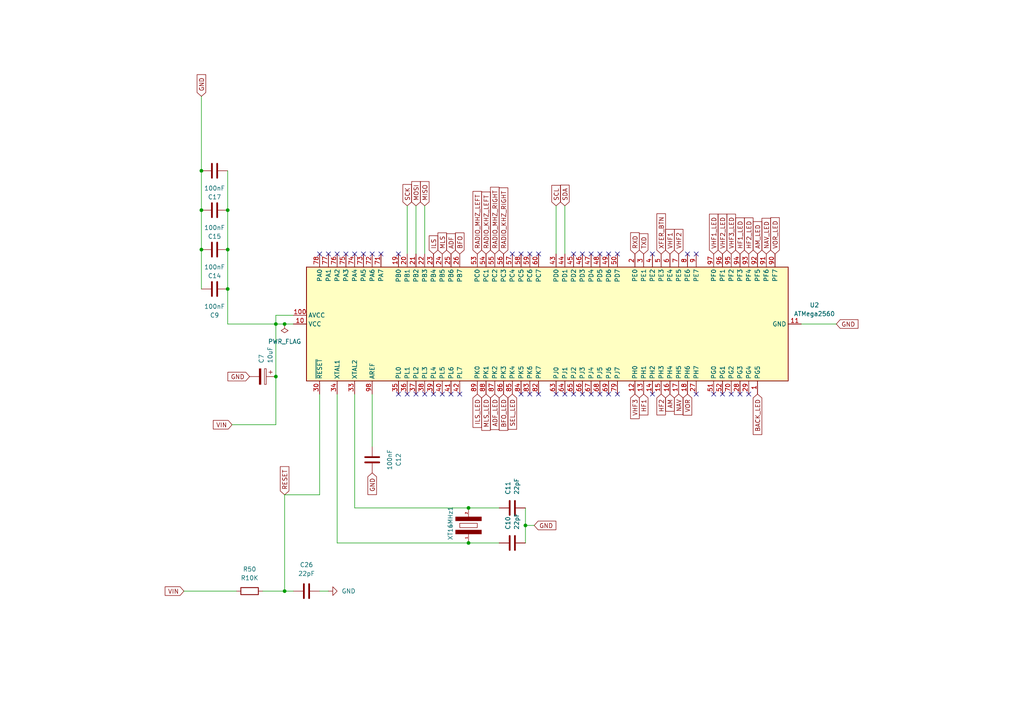
<source format=kicad_sch>
(kicad_sch (version 20231120) (generator "eeschema") (generator_version "8.0")
  (paper "A4")
  (lib_symbols
    (symbol "Device:C" (pin_numbers hide) (pin_names (offset 0.254))
      (property "Reference" "C" (at 0.635 2.54 0))
      (property "Value" "C" (at 0.635 -2.54 0))
      (symbol "C_0_1"
        (polyline (pts (xy -2.032 -0.762) (xy 2.032 -0.762)) (stroke (width 0.508)))
        (polyline (pts (xy -2.032 0.762) (xy 2.032 0.762)) (stroke (width 0.508)))
      )
      (symbol "C_1_1"
        (pin passive line (at 0 3.81 270) (length 2.794) (name "~") (number "1"))
        (pin passive line (at 0 -3.81 90) (length 2.794) (name "~") (number "2"))
      )
    )
    (symbol "Device:C_Polarized" (pin_numbers hide) (pin_names (offset 0.254))
      (property "Reference" "C" (at 0.635 2.54 0))
      (property "Value" "C_Polarized" (at 0.635 -2.54 0))
      (symbol "C_Polarized_0_1"
        (rectangle (start -2.286 0.508) (end 2.286 1.016))
        (polyline (pts (xy -1.778 2.286) (xy -0.762 2.286)))
        (polyline (pts (xy -1.27 2.794) (xy -1.27 1.778)))
        (rectangle (start 2.286 -0.508) (end -2.286 -1.016) (fill (type outline)))
      )
      (symbol "C_Polarized_1_1"
        (pin passive line (at 0 3.81 270) (length 2.794) (name "~") (number "1"))
        (pin passive line (at 0 -3.81 90) (length 2.794) (name "~") (number "2"))
      )
    )
    (symbol "Device:R" (pin_numbers hide) (pin_names (offset 0))
      (property "Reference" "R" (at 2.032 0 90))
      (property "Value" "R" (at 0 0 90))
      (symbol "R_0_1"
        (rectangle (start -1.016 -2.54) (end 1.016 2.54) (stroke (width 0.254)))
      )
      (symbol "R_1_1"
        (pin passive line (at 0 3.81 270) (length 1.27) (name "~") (number "1"))
        (pin passive line (at 0 -3.81 90) (length 1.27) (name "~") (number "2"))
      )
    )
    (symbol "MCU_Microchip_ATmega:ATmega2560-16A"
      (property "Reference" "U" (at 0 1.27 0))
      (property "Value" "ATmega2560-16A" (at 0 -1.27 0))
      (symbol "ATmega2560-16A_0_1"
        (rectangle (start -16.51 -69.85) (end 16.51 69.85) (stroke (width 0.254)) (fill (type background)))
      )
      (symbol "ATmega2560-16A_1_1"
        (pin bidirectional line (at -20.32 -60.96 0) (length 3.81) (name "PG5") (number "1"))
        (pin power_in line (at 0 73.66 270) (length 3.81) (name "VCC") (number "10"))
        (pin power_in line (at 2.54 73.66 270) (length 3.81) (name "AVCC") (number "100"))
        (pin power_in line (at 0 -73.66 90) (length 3.81) (name "GND") (number "11"))
        (pin bidirectional line (at -20.32 -25.4 0) (length 3.81) (name "PH0") (number "12"))
        (pin bidirectional line (at -20.32 -27.94 0) (length 3.81) (name "PH1") (number "13"))
        (pin bidirectional line (at -20.32 -30.48 0) (length 3.81) (name "PH2") (number "14"))
        (pin bidirectional line (at -20.32 -33.02 0) (length 3.81) (name "PH3") (number "15"))
        (pin bidirectional line (at -20.32 -35.56 0) (length 3.81) (name "PH4") (number "16"))
        (pin bidirectional line (at -20.32 -38.1 0) (length 3.81) (name "PH5") (number "17"))
        (pin bidirectional line (at -20.32 -40.64 0) (length 3.81) (name "PH6") (number "18"))
        (pin bidirectional line (at 20.32 43.18 180) (length 3.81) (name "PB0") (number "19"))
        (pin bidirectional line (at 20.32 -25.4 180) (length 3.81) (name "PE0") (number "2"))
        (pin bidirectional line (at 20.32 40.64 180) (length 3.81) (name "PB1") (number "20"))
        (pin bidirectional line (at 20.32 38.1 180) (length 3.81) (name "PB2") (number "21"))
        (pin bidirectional line (at 20.32 35.56 180) (length 3.81) (name "PB3") (number "22"))
        (pin bidirectional line (at 20.32 33.02 180) (length 3.81) (name "PB4") (number "23"))
        (pin bidirectional line (at 20.32 30.48 180) (length 3.81) (name "PB5") (number "24"))
        (pin bidirectional line (at 20.32 27.94 180) (length 3.81) (name "PB6") (number "25"))
        (pin bidirectional line (at 20.32 25.4 180) (length 3.81) (name "PB7") (number "26"))
        (pin bidirectional line (at -20.32 -43.18 0) (length 3.81) (name "PH7") (number "27"))
        (pin bidirectional line (at -20.32 -55.88 0) (length 3.81) (name "PG3") (number "28"))
        (pin bidirectional line (at -20.32 -58.42 0) (length 3.81) (name "PG4") (number "29"))
        (pin bidirectional line (at 20.32 -27.94 180) (length 3.81) (name "PE1") (number "3"))
        (pin input line (at -20.32 66.04 0) (length 3.81) (name "~{RESET}") (number "30"))
        (pin passive line (at 0 73.66 270) (length 3.81) hide (name "VCC") (number "31"))
        (pin passive line (at 0 -73.66 90) (length 3.81) hide (name "GND") (number "32"))
        (pin output line (at -20.32 55.88 0) (length 3.81) (name "XTAL2") (number "33"))
        (pin input line (at -20.32 60.96 0) (length 3.81) (name "XTAL1") (number "34"))
        (pin bidirectional line (at -20.32 43.18 0) (length 3.81) (name "PL0") (number "35"))
        (pin bidirectional line (at -20.32 40.64 0) (length 3.81) (name "PL1") (number "36"))
        (pin bidirectional line (at -20.32 38.1 0) (length 3.81) (name "PL2") (number "37"))
        (pin bidirectional line (at -20.32 35.56 0) (length 3.81) (name "PL3") (number "38"))
        (pin bidirectional line (at -20.32 33.02 0) (length 3.81) (name "PL4") (number "39"))
        (pin bidirectional line (at 20.32 -30.48 180) (length 3.81) (name "PE2") (number "4"))
        (pin bidirectional line (at -20.32 30.48 0) (length 3.81) (name "PL5") (number "40"))
        (pin bidirectional line (at -20.32 27.94 0) (length 3.81) (name "PL6") (number "41"))
        (pin bidirectional line (at -20.32 25.4 0) (length 3.81) (name "PL7") (number "42"))
        (pin bidirectional line (at 20.32 -2.54 180) (length 3.81) (name "PD0") (number "43"))
        (pin bidirectional line (at 20.32 -5.08 180) (length 3.81) (name "PD1") (number "44"))
        (pin bidirectional line (at 20.32 -7.62 180) (length 3.81) (name "PD2") (number "45"))
        (pin bidirectional line (at 20.32 -10.16 180) (length 3.81) (name "PD3") (number "46"))
        (pin bidirectional line (at 20.32 -12.7 180) (length 3.81) (name "PD4") (number "47"))
        (pin bidirectional line (at 20.32 -15.24 180) (length 3.81) (name "PD5") (number "48"))
        (pin bidirectional line (at 20.32 -17.78 180) (length 3.81) (name "PD6") (number "49"))
        (pin bidirectional line (at 20.32 -33.02 180) (length 3.81) (name "PE3") (number "5"))
        (pin bidirectional line (at 20.32 -20.32 180) (length 3.81) (name "PD7") (number "50"))
        (pin bidirectional line (at -20.32 -48.26 0) (length 3.81) (name "PG0") (number "51"))
        (pin bidirectional line (at -20.32 -50.8 0) (length 3.81) (name "PG1") (number "52"))
        (pin bidirectional line (at 20.32 20.32 180) (length 3.81) (name "PC0") (number "53"))
        (pin bidirectional line (at 20.32 17.78 180) (length 3.81) (name "PC1") (number "54"))
        (pin bidirectional line (at 20.32 15.24 180) (length 3.81) (name "PC2") (number "55"))
        (pin bidirectional line (at 20.32 12.7 180) (length 3.81) (name "PC3") (number "56"))
        (pin bidirectional line (at 20.32 10.16 180) (length 3.81) (name "PC4") (number "57"))
        (pin bidirectional line (at 20.32 7.62 180) (length 3.81) (name "PC5") (number "58"))
        (pin bidirectional line (at 20.32 5.08 180) (length 3.81) (name "PC6") (number "59"))
        (pin bidirectional line (at 20.32 -35.56 180) (length 3.81) (name "PE4") (number "6"))
        (pin bidirectional line (at 20.32 2.54 180) (length 3.81) (name "PC7") (number "60"))
        (pin passive line (at 0 73.66 270) (length 3.81) hide (name "VCC") (number "61"))
        (pin passive line (at 0 -73.66 90) (length 3.81) hide (name "GND") (number "62"))
        (pin bidirectional line (at -20.32 -2.54 0) (length 3.81) (name "PJ0") (number "63"))
        (pin bidirectional line (at -20.32 -5.08 0) (length 3.81) (name "PJ1") (number "64"))
        (pin bidirectional line (at -20.32 -7.62 0) (length 3.81) (name "PJ2") (number "65"))
        (pin bidirectional line (at -20.32 -10.16 0) (length 3.81) (name "PJ3") (number "66"))
        (pin bidirectional line (at -20.32 -12.7 0) (length 3.81) (name "PJ4") (number "67"))
        (pin bidirectional line (at -20.32 -15.24 0) (length 3.81) (name "PJ5") (number "68"))
        (pin bidirectional line (at -20.32 -17.78 0) (length 3.81) (name "PJ6") (number "69"))
        (pin bidirectional line (at 20.32 -38.1 180) (length 3.81) (name "PE5") (number "7"))
        (pin bidirectional line (at -20.32 -53.34 0) (length 3.81) (name "PG2") (number "70"))
        (pin bidirectional line (at 20.32 48.26 180) (length 3.81) (name "PA7") (number "71"))
        (pin bidirectional line (at 20.32 50.8 180) (length 3.81) (name "PA6") (number "72"))
        (pin bidirectional line (at 20.32 53.34 180) (length 3.81) (name "PA5") (number "73"))
        (pin bidirectional line (at 20.32 55.88 180) (length 3.81) (name "PA4") (number "74"))
        (pin bidirectional line (at 20.32 58.42 180) (length 3.81) (name "PA3") (number "75"))
        (pin bidirectional line (at 20.32 60.96 180) (length 3.81) (name "PA2") (number "76"))
        (pin bidirectional line (at 20.32 63.5 180) (length 3.81) (name "PA1") (number "77"))
        (pin bidirectional line (at 20.32 66.04 180) (length 3.81) (name "PA0") (number "78"))
        (pin bidirectional line (at -20.32 -20.32 0) (length 3.81) (name "PJ7") (number "79"))
        (pin bidirectional line (at 20.32 -40.64 180) (length 3.81) (name "PE6") (number "8"))
        (pin passive line (at 0 73.66 270) (length 3.81) hide (name "VCC") (number "80"))
        (pin passive line (at 0 -73.66 90) (length 3.81) hide (name "GND") (number "81"))
        (pin bidirectional line (at -20.32 2.54 0) (length 3.81) (name "PK7") (number "82"))
        (pin bidirectional line (at -20.32 5.08 0) (length 3.81) (name "PK6") (number "83"))
        (pin bidirectional line (at -20.32 7.62 0) (length 3.81) (name "PK5") (number "84"))
        (pin bidirectional line (at -20.32 10.16 0) (length 3.81) (name "PK4") (number "85"))
        (pin bidirectional line (at -20.32 12.7 0) (length 3.81) (name "PK3") (number "86"))
        (pin bidirectional line (at -20.32 15.24 0) (length 3.81) (name "PK2") (number "87"))
        (pin bidirectional line (at -20.32 17.78 0) (length 3.81) (name "PK1") (number "88"))
        (pin bidirectional line (at -20.32 20.32 0) (length 3.81) (name "PK0") (number "89"))
        (pin bidirectional line (at 20.32 -43.18 180) (length 3.81) (name "PE7") (number "9"))
        (pin bidirectional line (at 20.32 -66.04 180) (length 3.81) (name "PF7") (number "90"))
        (pin bidirectional line (at 20.32 -63.5 180) (length 3.81) (name "PF6") (number "91"))
        (pin bidirectional line (at 20.32 -60.96 180) (length 3.81) (name "PF5") (number "92"))
        (pin bidirectional line (at 20.32 -58.42 180) (length 3.81) (name "PF4") (number "93"))
        (pin bidirectional line (at 20.32 -55.88 180) (length 3.81) (name "PF3") (number "94"))
        (pin bidirectional line (at 20.32 -53.34 180) (length 3.81) (name "PF2") (number "95"))
        (pin bidirectional line (at 20.32 -50.8 180) (length 3.81) (name "PF1") (number "96"))
        (pin bidirectional line (at 20.32 -48.26 180) (length 3.81) (name "PF0") (number "97"))
        (pin passive line (at -20.32 50.8 0) (length 3.81) (name "AREF") (number "98"))
        (pin passive line (at 0 -73.66 90) (length 3.81) hide (name "GND") (number "99"))
      )
    )
    (symbol "PCM_Nuova-Elettronica-XTALS:XTAL" (pin_names hide)
      (property "Reference" "XTAL" (at 0.625 5.25 0))
      (symbol "XTAL_0_1"
        (rectangle (start -0.635 2.54) (end 0.635 -2.54))
      )
      (symbol "XTAL_1_1"
        (rectangle (start -2.54 3.81) (end -1.27 -3.81) (stroke (width -0.0001)) (fill (type outline)))
        (rectangle (start 1.27 3.81) (end 2.54 -3.81) (stroke (width -0.0001)) (fill (type outline)))
        (pin passive line (at -5.08 0 0) (length 3) (name "~") (number "1"))
        (pin passive line (at 5.08 0 180) (length 3) (name "~") (number "2"))
      )
    )
    (symbol "power:GND" (power) (pin_numbers hide) (pin_names (offset 0) hide)
      (property "Value" "GND" (at 0 -3.81 0))
      (symbol "GND_0_1"
        (polyline (pts (xy 0 0) (xy 0 -1.27) (xy 1.27 -1.27) (xy 0 -2.54) (xy -1.27 -1.27) (xy 0 -1.27)))
      )
      (symbol "GND_1_1"
        (pin power_in line (at 0 0 270) (length 0) (name "~") (number "1"))
      )
    )
    (symbol "power:PWR_FLAG" (power) (pin_numbers hide) (pin_names (offset 0) hide)
      (property "Value" "PWR_FLAG" (at 0 3.81 0))
      (symbol "PWR_FLAG_0_0"
        (pin power_out line (at 0 0 90) (length 0) (name "~") (number "1"))
      )
      (symbol "PWR_FLAG_0_1"
        (polyline (pts (xy 0 0) (xy 0 1.27) (xy -1.016 1.905) (xy 0 2.54) (xy 1.016 1.905) (xy 0 1.27)))
      )
    )
  )
  (junction (at 82.55 171.45))
  (junction (at 135.89 147.32))
  (junction (at 58.42 60.96))
  (junction (at 66.04 60.96))
  (junction (at 80.01 93.98))
  (junction (at 58.42 72.39))
  (junction (at 152.4 152.4))
  (junction (at 58.42 49.53))
  (junction (at 66.04 83.82))
  (junction (at 80.01 109.22))
  (junction (at 66.04 72.39))
  (junction (at 82.55 93.98))
  (junction (at 135.89 157.48))
  (no_connect (at 151.13 114.3))
  (no_connect (at 105.41 73.66))
  (no_connect (at 95.25 73.66))
  (no_connect (at 173.99 114.3))
  (no_connect (at 151.13 73.66))
  (no_connect (at 189.23 114.3))
  (no_connect (at 130.81 114.3))
  (no_connect (at 115.57 114.3))
  (no_connect (at 156.21 73.66))
  (no_connect (at 173.99 73.66))
  (no_connect (at 201.93 114.3))
  (no_connect (at 217.17 114.3))
  (no_connect (at 201.93 73.66))
  (no_connect (at 166.37 73.66))
  (no_connect (at 123.19 114.3))
  (no_connect (at 166.37 114.3))
  (no_connect (at 128.27 114.3))
  (no_connect (at 125.73 114.3))
  (no_connect (at 156.21 114.3))
  (no_connect (at 179.07 73.66))
  (no_connect (at 153.67 114.3))
  (no_connect (at 199.39 73.66))
  (no_connect (at 207.01 114.3))
  (no_connect (at 171.45 114.3))
  (no_connect (at 212.09 114.3))
  (no_connect (at 115.57 73.66))
  (no_connect (at 100.33 73.66))
  (no_connect (at 168.91 114.3))
  (no_connect (at 118.11 114.3))
  (no_connect (at 133.35 114.3))
  (no_connect (at 153.67 73.66))
  (no_connect (at 189.23 73.66))
  (no_connect (at 102.87 73.66))
  (no_connect (at 107.95 73.66))
  (no_connect (at 209.55 114.3))
  (no_connect (at 110.49 73.66))
  (no_connect (at 92.71 73.66))
  (no_connect (at 120.65 114.3))
  (no_connect (at 176.53 73.66))
  (no_connect (at 168.91 73.66))
  (no_connect (at 148.59 73.66))
  (no_connect (at 163.83 114.3))
  (no_connect (at 161.29 114.3))
  (no_connect (at 171.45 73.66))
  (no_connect (at 176.53 114.3))
  (no_connect (at 214.63 114.3))
  (no_connect (at 179.07 114.3))
  (no_connect (at 97.79 73.66))
  (wire (pts (xy 102.87 147.32) (xy 135.89 147.32)))
  (wire (pts (xy 123.19 59.69) (xy 123.19 73.66)))
  (wire (pts (xy 58.42 72.39) (xy 58.42 83.82)))
  (wire (pts (xy 53.34 171.45) (xy 68.58 171.45)))
  (wire (pts (xy 82.55 143.51) (xy 82.55 171.45)))
  (wire (pts (xy 80.01 91.44) (xy 85.09 91.44)))
  (wire (pts (xy 66.04 93.98) (xy 80.01 93.98)))
  (wire (pts (xy 242.57 93.98) (xy 232.41 93.98)))
  (wire (pts (xy 135.89 157.48) (xy 144.78 157.48)))
  (wire (pts (xy 102.87 147.32) (xy 102.87 114.3)))
  (wire (pts (xy 66.04 93.98) (xy 66.04 83.82)))
  (wire (pts (xy 58.42 27.94) (xy 58.42 49.53)))
  (wire (pts (xy 80.01 123.19) (xy 80.01 109.22)))
  (wire (pts (xy 97.79 157.48) (xy 97.79 114.3)))
  (wire (pts (xy 80.01 109.22) (xy 80.01 93.98)))
  (wire (pts (xy 80.01 123.19) (xy 67.31 123.19)))
  (wire (pts (xy 66.04 72.39) (xy 66.04 60.96)))
  (wire (pts (xy 82.55 143.51) (xy 92.71 143.51)))
  (wire (pts (xy 95.25 171.45) (xy 92.71 171.45)))
  (wire (pts (xy 163.83 59.69) (xy 163.83 73.66)))
  (wire (pts (xy 92.71 143.51) (xy 92.71 114.3)))
  (wire (pts (xy 82.55 93.98) (xy 85.09 93.98)))
  (wire (pts (xy 118.11 59.69) (xy 118.11 73.66)))
  (wire (pts (xy 120.65 59.69) (xy 120.65 73.66)))
  (wire (pts (xy 135.89 147.32) (xy 144.78 147.32)))
  (wire (pts (xy 107.95 129.54) (xy 107.95 114.3)))
  (wire (pts (xy 152.4 157.48) (xy 152.4 152.4)))
  (wire (pts (xy 76.2 171.45) (xy 82.55 171.45)))
  (wire (pts (xy 80.01 93.98) (xy 80.01 91.44)))
  (wire (pts (xy 85.09 171.45) (xy 82.55 171.45)))
  (wire (pts (xy 66.04 83.82) (xy 66.04 72.39)))
  (wire (pts (xy 97.79 157.48) (xy 135.89 157.48)))
  (wire (pts (xy 58.42 49.53) (xy 58.42 60.96)))
  (wire (pts (xy 80.01 93.98) (xy 82.55 93.98)))
  (wire (pts (xy 152.4 152.4) (xy 154.94 152.4)))
  (wire (pts (xy 152.4 152.4) (xy 152.4 147.32)))
  (wire (pts (xy 161.29 59.69) (xy 161.29 73.66)))
  (wire (pts (xy 58.42 60.96) (xy 58.42 72.39)))
  (wire (pts (xy 66.04 60.96) (xy 66.04 49.53)))
  (global_label "RADIO_MHZ_RIGHT" (shape input) (at 143.51 73.66 90) (property "Intersheetrefs" "${INTERSHEET_REFS}" (effects (hide yes))))
  (global_label "GND" (shape input) (at 154.94 152.4 0) (property "Intersheetrefs" "${INTERSHEET_REFS}" (effects (hide yes))))
  (global_label "MOSI" (shape input) (at 120.65 59.69 90) (property "Intersheetrefs" "${INTERSHEET_REFS}" (effects (hide yes))))
  (global_label "SCK" (shape input) (at 118.11 59.69 90) (property "Intersheetrefs" "${INTERSHEET_REFS}" (effects (hide yes))))
  (global_label "MLS_LED" (shape input) (at 140.97 114.3 270) (property "Intersheetrefs" "${INTERSHEET_REFS}" (effects (hide yes))))
  (global_label "GND" (shape input) (at 58.42 27.94 90) (property "Intersheetrefs" "${INTERSHEET_REFS}" (effects (hide yes))))
  (global_label "BFO" (shape input) (at 133.35 73.66 90) (property "Intersheetrefs" "${INTERSHEET_REFS}" (effects (hide yes))))
  (global_label "SEL_LED" (shape input) (at 148.59 114.3 270) (property "Intersheetrefs" "${INTERSHEET_REFS}" (effects (hide yes))))
  (global_label "HF1_LED" (shape input) (at 214.63 73.66 90) (property "Intersheetrefs" "${INTERSHEET_REFS}" (effects (hide yes))))
  (global_label "VHF2_LED" (shape input) (at 209.55 73.66 90) (property "Intersheetrefs" "${INTERSHEET_REFS}" (effects (hide yes))))
  (global_label "ILS" (shape input) (at 125.73 73.66 90) (property "Intersheetrefs" "${INTERSHEET_REFS}" (effects (hide yes))))
  (global_label "VHF1_LED" (shape input) (at 207.01 73.66 90) (property "Intersheetrefs" "${INTERSHEET_REFS}" (effects (hide yes))))
  (global_label "NAV" (shape input) (at 196.85 114.3 270) (property "Intersheetrefs" "${INTERSHEET_REFS}" (effects (hide yes))))
  (global_label "BACK_LED" (shape input) (at 219.71 114.3 270) (property "Intersheetrefs" "${INTERSHEET_REFS}" (effects (hide yes))))
  (global_label "VHF1" (shape input) (at 194.31 73.66 90) (property "Intersheetrefs" "${INTERSHEET_REFS}" (effects (hide yes))))
  (global_label "VHF2" (shape input) (at 196.85 73.66 90) (property "Intersheetrefs" "${INTERSHEET_REFS}" (effects (hide yes))))
  (global_label "VIN" (shape input) (at 53.34 171.45 180) (property "Intersheetrefs" "${INTERSHEET_REFS}" (effects (hide yes))))
  (global_label "RADIO_KHZ_RIGHT" (shape input) (at 146.05 73.66 90) (property "Intersheetrefs" "${INTERSHEET_REFS}" (effects (hide yes))))
  (global_label "GND" (shape input) (at 107.95 137.16 270) (property "Intersheetrefs" "${INTERSHEET_REFS}" (effects (hide yes))))
  (global_label "TXD" (shape input) (at 186.69 73.66 90) (property "Intersheetrefs" "${INTERSHEET_REFS}" (effects (hide yes))))
  (global_label "ADF_LED" (shape input) (at 143.51 114.3 270) (property "Intersheetrefs" "${INTERSHEET_REFS}" (effects (hide yes))))
  (global_label "HF2" (shape input) (at 191.77 114.3 270) (property "Intersheetrefs" "${INTERSHEET_REFS}" (effects (hide yes))))
  (global_label "GND" (shape input) (at 72.39 109.22 180) (property "Intersheetrefs" "${INTERSHEET_REFS}" (effects (hide yes))))
  (global_label "VHF3" (shape input) (at 184.15 114.3 270) (property "Intersheetrefs" "${INTERSHEET_REFS}" (effects (hide yes))))
  (global_label "MISO" (shape input) (at 123.19 59.69 90) (property "Intersheetrefs" "${INTERSHEET_REFS}" (effects (hide yes))))
  (global_label "HF1" (shape input) (at 186.69 114.3 270) (property "Intersheetrefs" "${INTERSHEET_REFS}" (effects (hide yes))))
  (global_label "SDA" (shape input) (at 163.83 59.69 90) (property "Intersheetrefs" "${INTERSHEET_REFS}" (effects (hide yes))))
  (global_label "RESET" (shape input) (at 82.55 143.51 90) (property "Intersheetrefs" "${INTERSHEET_REFS}" (effects (hide yes))))
  (global_label "HF2_LED" (shape input) (at 217.17 73.66 90) (property "Intersheetrefs" "${INTERSHEET_REFS}" (effects (hide yes))))
  (global_label "ILS_LED" (shape input) (at 138.43 114.3 270) (property "Intersheetrefs" "${INTERSHEET_REFS}" (effects (hide yes))))
  (global_label "VHF3_LED" (shape input) (at 212.09 73.66 90) (property "Intersheetrefs" "${INTERSHEET_REFS}" (effects (hide yes))))
  (global_label "XFER_BTN" (shape input) (at 191.77 73.66 90) (property "Intersheetrefs" "${INTERSHEET_REFS}" (effects (hide yes))))
  (global_label "RADIO_KHZ_LEFT" (shape input) (at 140.97 73.66 90) (property "Intersheetrefs" "${INTERSHEET_REFS}" (effects (hide yes))))
  (global_label "GND" (shape input) (at 242.57 93.98 0) (property "Intersheetrefs" "${INTERSHEET_REFS}" (effects (hide yes))))
  (global_label "AM" (shape input) (at 194.31 114.3 270) (property "Intersheetrefs" "${INTERSHEET_REFS}" (effects (hide yes))))
  (global_label "NAV_LED" (shape input) (at 222.25 73.66 90) (property "Intersheetrefs" "${INTERSHEET_REFS}" (effects (hide yes))))
  (global_label "ADF" (shape input) (at 130.81 73.66 90) (property "Intersheetrefs" "${INTERSHEET_REFS}" (effects (hide yes))))
  (global_label "SCL" (shape input) (at 161.29 59.69 90) (property "Intersheetrefs" "${INTERSHEET_REFS}" (effects (hide yes))))
  (global_label "VIN" (shape input) (at 67.31 123.19 180) (property "Intersheetrefs" "${INTERSHEET_REFS}" (effects (hide yes))))
  (global_label "AM_LED" (shape input) (at 219.71 73.66 90) (property "Intersheetrefs" "${INTERSHEET_REFS}" (effects (hide yes))))
  (global_label "BFO_LED" (shape input) (at 146.05 114.3 270) (property "Intersheetrefs" "${INTERSHEET_REFS}" (effects (hide yes))))
  (global_label "RXD" (shape input) (at 184.15 73.66 90) (property "Intersheetrefs" "${INTERSHEET_REFS}" (effects (hide yes))))
  (global_label "VOR" (shape input) (at 199.39 114.3 270) (property "Intersheetrefs" "${INTERSHEET_REFS}" (effects (hide yes))))
  (global_label "VOR_LED" (shape input) (at 224.79 73.66 90) (property "Intersheetrefs" "${INTERSHEET_REFS}" (effects (hide yes))))
  (global_label "RADIO_MHZ_LEFT" (shape input) (at 138.43 73.66 90) (property "Intersheetrefs" "${INTERSHEET_REFS}" (effects (hide yes))))
  (global_label "MLS" (shape input) (at 128.27 73.66 90) (property "Intersheetrefs" "${INTERSHEET_REFS}" (effects (hide yes))))
  (symbol (lib_id "Device:C_Polarized") (at 76.2 109.22 270) (unit 1)
    (property "Reference" "C7" (at 75.8189 105.41 0) (effects (justify right)))
    (property "Value" "10uF" (at 78.3589 105.41 0) (effects (justify right)))
    (property "Footprint" "Capacitor_SMD:C_1206_3216Metric_Pad1.33x1.80mm_HandSolder" (effects (hide yes)))
    (property "Description" "Polarized capacitor" (effects (hide yes)))
  )
  (symbol (lib_id "PCM_Nuova-Elettronica-XTALS:XTAL") (at 135.89 152.4 90) (unit 1)
    (property "Reference" "XT16MHz1" (at 130.64 151.775 0))
    (property "Value" "~" (at 130.81 152.4 0))
    (property "Footprint" "Crystal:Crystal_SMD_EuroQuartz_MJ-4Pin_5.0x3.2mm_HandSoldering" (effects (hide yes)))
  )
  (symbol (lib_id "Device:C") (at 62.23 60.96 270) (unit 1)
    (property "Reference" "C15" (at 62.23 68.58 90))
    (property "Value" "100nF" (at 62.23 66.04 90))
    (property "Footprint" "Capacitor_SMD:C_1206_3216Metric_Pad1.33x1.80mm_HandSolder" (effects (hide yes)))
    (property "Description" "Unpolarized capacitor" (effects (hide yes)))
  )
  (symbol (lib_id "Device:C") (at 62.23 49.53 270) (unit 1)
    (property "Reference" "C17" (at 62.23 57.15 90))
    (property "Value" "100nF" (at 62.23 54.61 90))
    (property "Footprint" "Capacitor_SMD:C_1206_3216Metric_Pad1.33x1.80mm_HandSolder" (effects (hide yes)))
    (property "Description" "Unpolarized capacitor" (effects (hide yes)))
  )
  (symbol (lib_id "Device:R") (at 72.39 171.45 90) (unit 1)
    (property "Reference" "R50" (at 72.39 165.1 90))
    (property "Value" "R10K" (at 72.39 167.64 90))
    (property "Footprint" "Resistor_SMD:R_1206_3216Metric_Pad1.30x1.75mm_HandSolder" (effects (hide yes)))
    (property "Description" "Resistor" (effects (hide yes)))
  )
  (symbol (lib_id "Device:C") (at 88.9 171.45 90) (unit 1)
    (property "Reference" "C26" (at 88.9 163.83 90))
    (property "Value" "22pF" (at 88.9 166.37 90))
    (property "Footprint" "Capacitor_SMD:C_1206_3216Metric_Pad1.33x1.80mm_HandSolder" (effects (hide yes)))
    (property "Description" "Unpolarized capacitor" (effects (hide yes)))
  )
  (symbol (lib_id "power:PWR_FLAG") (at 82.55 93.98 180) (unit 1)
    (property "Reference" "#FLG06" (effects (hide yes)))
    (property "Value" "PWR_FLAG" (at 82.55 99.06 0))
    (property "Description" "Special symbol for telling ERC where power comes from" (effects (hide yes)))
  )
  (symbol (lib_id "Device:C") (at 148.59 147.32 90) (unit 1)
    (property "Reference" "C11" (at 147.3199 143.51 0) (effects (justify left)))
    (property "Value" "22pF" (at 149.8599 143.51 0) (effects (justify left)))
    (property "Footprint" "Capacitor_SMD:C_1206_3216Metric_Pad1.33x1.80mm_HandSolder" (effects (hide yes)))
    (property "Description" "Unpolarized capacitor" (effects (hide yes)))
  )
  (symbol (lib_id "Device:C") (at 148.59 157.48 90) (unit 1)
    (property "Reference" "C10" (at 147.3199 153.67 0) (effects (justify left)))
    (property "Value" "22pF" (at 149.8599 153.67 0) (effects (justify left)))
    (property "Footprint" "Capacitor_SMD:C_1206_3216Metric_Pad1.33x1.80mm_HandSolder" (effects (hide yes)))
    (property "Description" "Unpolarized capacitor" (effects (hide yes)))
  )
  (symbol (lib_id "Device:C") (at 107.95 133.35 0) (unit 1)
    (property "Reference" "C12" (at 115.57 133.35 90))
    (property "Value" "100nF" (at 113.03 133.35 90))
    (property "Footprint" "Capacitor_SMD:C_1206_3216Metric_Pad1.33x1.80mm_HandSolder" (effects (hide yes)))
    (property "Description" "Unpolarized capacitor" (effects (hide yes)))
  )
  (symbol (lib_id "Device:C") (at 62.23 72.39 270) (unit 1)
    (property "Reference" "C14" (at 62.23 80.01 90))
    (property "Value" "100nF" (at 62.23 77.47 90))
    (property "Footprint" "Capacitor_SMD:C_1206_3216Metric_Pad1.33x1.80mm_HandSolder" (effects (hide yes)))
    (property "Description" "Unpolarized capacitor" (effects (hide yes)))
  )
  (symbol (lib_id "power:GND") (at 95.25 171.45 90) (unit 1)
    (property "Reference" "#PWR02" (effects (hide yes)))
    (property "Value" "GND" (at 99.06 171.4499 90) (effects (justify right)))
    (property "Description" "Power symbol creates a global label with name \"GND\" , ground" (effects (hide yes)))
  )
  (symbol (lib_id "Device:C") (at 62.23 83.82 270) (unit 1)
    (property "Reference" "C9" (at 62.23 91.44 90))
    (property "Value" "100nF" (at 62.23 88.9 90))
    (property "Footprint" "Capacitor_SMD:C_1206_3216Metric_Pad1.33x1.80mm_HandSolder" (effects (hide yes)))
    (property "Description" "Unpolarized capacitor" (effects (hide yes)))
  )
  (symbol (lib_id "MCU_Microchip_ATmega:ATmega2560-16A") (at 158.75 93.98 90) (unit 1)
    (property "Reference" "U2" (at 236.22 88.4838 90))
    (property "Value" "ATMega2560" (at 236.22 91.0238 90))
    (property "Footprint" "SFLibrary:TQFP100-0.5-14X14MM" (effects (hide yes)))
    (property "Datasheet" "http://ww1.microchip.com/downloads/en/DeviceDoc/Atmel-2549-8-bit-AVR-Microcontroller-ATmega640-1280-1281-2560-2561_datasheet.pdf" (effects (hide yes)))
    (property "Description" "16MHz, 256kB Flash, 8kB SRAM, 4kB EEPROM, JTAG, TQFP-100" (effects (hide yes)))
  )
)
</source>
